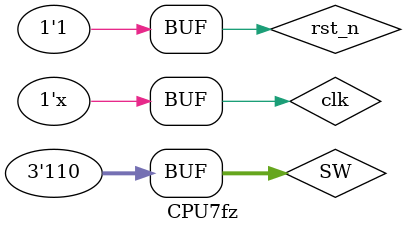
<source format=v>
`timescale 1ns / 1ps


module CPU7fz();
//INPUT
reg clk;
reg rst_n;
reg [2:0]SW;
//OUTPUT
wire [3:0]FR;
wire [31:0]Choice;

initial
begin
   rst_n=0;clk=0;SW=3'b110;
   #25 rst_n=1;
end
always #50 clk=~clk;
CPU_D  ss(/*clk_1M,CLR,*/rst_n,clk,SW,FR,/*AN,seg*/Choice);
endmodule

</source>
